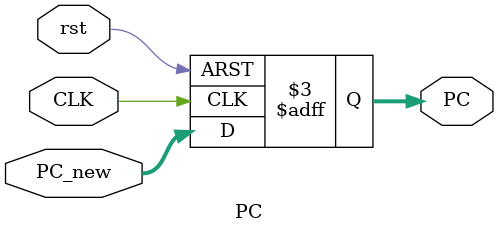
<source format=v>
module PC (
 input wire     [31:0]     PC_new ,
 input wire                  CLK ,rst ,
 output reg    [31:0]     PC 
);

always @(posedge CLK or negedge rst)
 begin
     if(!rst)
	  PC<=32'b0 ;
	 else
	  PC<=PC_new ;
 end

endmodule
</source>
